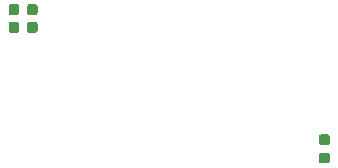
<source format=gbr>
G04 #@! TF.GenerationSoftware,KiCad,Pcbnew,5.1.5+dfsg1-2build2*
G04 #@! TF.CreationDate,2021-12-02T14:39:01+01:00*
G04 #@! TF.ProjectId,mre_addon_v2,6d72655f-6164-4646-9f6e-5f76322e6b69,V2.2*
G04 #@! TF.SameCoordinates,Original*
G04 #@! TF.FileFunction,Paste,Bot*
G04 #@! TF.FilePolarity,Positive*
%FSLAX46Y46*%
G04 Gerber Fmt 4.6, Leading zero omitted, Abs format (unit mm)*
G04 Created by KiCad (PCBNEW 5.1.5+dfsg1-2build2) date 2021-12-02 14:39:01*
%MOMM*%
%LPD*%
G04 APERTURE LIST*
%ADD10C,0.100000*%
G04 APERTURE END LIST*
D10*
G36*
X137077691Y-155376053D02*
G01*
X137098926Y-155379203D01*
X137119750Y-155384419D01*
X137139962Y-155391651D01*
X137159368Y-155400830D01*
X137177781Y-155411866D01*
X137195024Y-155424654D01*
X137210930Y-155439070D01*
X137225346Y-155454976D01*
X137238134Y-155472219D01*
X137249170Y-155490632D01*
X137258349Y-155510038D01*
X137265581Y-155530250D01*
X137270797Y-155551074D01*
X137273947Y-155572309D01*
X137275000Y-155593750D01*
X137275000Y-156031250D01*
X137273947Y-156052691D01*
X137270797Y-156073926D01*
X137265581Y-156094750D01*
X137258349Y-156114962D01*
X137249170Y-156134368D01*
X137238134Y-156152781D01*
X137225346Y-156170024D01*
X137210930Y-156185930D01*
X137195024Y-156200346D01*
X137177781Y-156213134D01*
X137159368Y-156224170D01*
X137139962Y-156233349D01*
X137119750Y-156240581D01*
X137098926Y-156245797D01*
X137077691Y-156248947D01*
X137056250Y-156250000D01*
X136543750Y-156250000D01*
X136522309Y-156248947D01*
X136501074Y-156245797D01*
X136480250Y-156240581D01*
X136460038Y-156233349D01*
X136440632Y-156224170D01*
X136422219Y-156213134D01*
X136404976Y-156200346D01*
X136389070Y-156185930D01*
X136374654Y-156170024D01*
X136361866Y-156152781D01*
X136350830Y-156134368D01*
X136341651Y-156114962D01*
X136334419Y-156094750D01*
X136329203Y-156073926D01*
X136326053Y-156052691D01*
X136325000Y-156031250D01*
X136325000Y-155593750D01*
X136326053Y-155572309D01*
X136329203Y-155551074D01*
X136334419Y-155530250D01*
X136341651Y-155510038D01*
X136350830Y-155490632D01*
X136361866Y-155472219D01*
X136374654Y-155454976D01*
X136389070Y-155439070D01*
X136404976Y-155424654D01*
X136422219Y-155411866D01*
X136440632Y-155400830D01*
X136460038Y-155391651D01*
X136480250Y-155384419D01*
X136501074Y-155379203D01*
X136522309Y-155376053D01*
X136543750Y-155375000D01*
X137056250Y-155375000D01*
X137077691Y-155376053D01*
G37*
G36*
X137077691Y-156951053D02*
G01*
X137098926Y-156954203D01*
X137119750Y-156959419D01*
X137139962Y-156966651D01*
X137159368Y-156975830D01*
X137177781Y-156986866D01*
X137195024Y-156999654D01*
X137210930Y-157014070D01*
X137225346Y-157029976D01*
X137238134Y-157047219D01*
X137249170Y-157065632D01*
X137258349Y-157085038D01*
X137265581Y-157105250D01*
X137270797Y-157126074D01*
X137273947Y-157147309D01*
X137275000Y-157168750D01*
X137275000Y-157606250D01*
X137273947Y-157627691D01*
X137270797Y-157648926D01*
X137265581Y-157669750D01*
X137258349Y-157689962D01*
X137249170Y-157709368D01*
X137238134Y-157727781D01*
X137225346Y-157745024D01*
X137210930Y-157760930D01*
X137195024Y-157775346D01*
X137177781Y-157788134D01*
X137159368Y-157799170D01*
X137139962Y-157808349D01*
X137119750Y-157815581D01*
X137098926Y-157820797D01*
X137077691Y-157823947D01*
X137056250Y-157825000D01*
X136543750Y-157825000D01*
X136522309Y-157823947D01*
X136501074Y-157820797D01*
X136480250Y-157815581D01*
X136460038Y-157808349D01*
X136440632Y-157799170D01*
X136422219Y-157788134D01*
X136404976Y-157775346D01*
X136389070Y-157760930D01*
X136374654Y-157745024D01*
X136361866Y-157727781D01*
X136350830Y-157709368D01*
X136341651Y-157689962D01*
X136334419Y-157669750D01*
X136329203Y-157648926D01*
X136326053Y-157627691D01*
X136325000Y-157606250D01*
X136325000Y-157168750D01*
X136326053Y-157147309D01*
X136329203Y-157126074D01*
X136334419Y-157105250D01*
X136341651Y-157085038D01*
X136350830Y-157065632D01*
X136361866Y-157047219D01*
X136374654Y-157029976D01*
X136389070Y-157014070D01*
X136404976Y-156999654D01*
X136422219Y-156986866D01*
X136440632Y-156975830D01*
X136460038Y-156966651D01*
X136480250Y-156959419D01*
X136501074Y-156954203D01*
X136522309Y-156951053D01*
X136543750Y-156950000D01*
X137056250Y-156950000D01*
X137077691Y-156951053D01*
G37*
G36*
X112327691Y-145826053D02*
G01*
X112348926Y-145829203D01*
X112369750Y-145834419D01*
X112389962Y-145841651D01*
X112409368Y-145850830D01*
X112427781Y-145861866D01*
X112445024Y-145874654D01*
X112460930Y-145889070D01*
X112475346Y-145904976D01*
X112488134Y-145922219D01*
X112499170Y-145940632D01*
X112508349Y-145960038D01*
X112515581Y-145980250D01*
X112520797Y-146001074D01*
X112523947Y-146022309D01*
X112525000Y-146043750D01*
X112525000Y-146556250D01*
X112523947Y-146577691D01*
X112520797Y-146598926D01*
X112515581Y-146619750D01*
X112508349Y-146639962D01*
X112499170Y-146659368D01*
X112488134Y-146677781D01*
X112475346Y-146695024D01*
X112460930Y-146710930D01*
X112445024Y-146725346D01*
X112427781Y-146738134D01*
X112409368Y-146749170D01*
X112389962Y-146758349D01*
X112369750Y-146765581D01*
X112348926Y-146770797D01*
X112327691Y-146773947D01*
X112306250Y-146775000D01*
X111868750Y-146775000D01*
X111847309Y-146773947D01*
X111826074Y-146770797D01*
X111805250Y-146765581D01*
X111785038Y-146758349D01*
X111765632Y-146749170D01*
X111747219Y-146738134D01*
X111729976Y-146725346D01*
X111714070Y-146710930D01*
X111699654Y-146695024D01*
X111686866Y-146677781D01*
X111675830Y-146659368D01*
X111666651Y-146639962D01*
X111659419Y-146619750D01*
X111654203Y-146598926D01*
X111651053Y-146577691D01*
X111650000Y-146556250D01*
X111650000Y-146043750D01*
X111651053Y-146022309D01*
X111654203Y-146001074D01*
X111659419Y-145980250D01*
X111666651Y-145960038D01*
X111675830Y-145940632D01*
X111686866Y-145922219D01*
X111699654Y-145904976D01*
X111714070Y-145889070D01*
X111729976Y-145874654D01*
X111747219Y-145861866D01*
X111765632Y-145850830D01*
X111785038Y-145841651D01*
X111805250Y-145834419D01*
X111826074Y-145829203D01*
X111847309Y-145826053D01*
X111868750Y-145825000D01*
X112306250Y-145825000D01*
X112327691Y-145826053D01*
G37*
G36*
X110752691Y-145826053D02*
G01*
X110773926Y-145829203D01*
X110794750Y-145834419D01*
X110814962Y-145841651D01*
X110834368Y-145850830D01*
X110852781Y-145861866D01*
X110870024Y-145874654D01*
X110885930Y-145889070D01*
X110900346Y-145904976D01*
X110913134Y-145922219D01*
X110924170Y-145940632D01*
X110933349Y-145960038D01*
X110940581Y-145980250D01*
X110945797Y-146001074D01*
X110948947Y-146022309D01*
X110950000Y-146043750D01*
X110950000Y-146556250D01*
X110948947Y-146577691D01*
X110945797Y-146598926D01*
X110940581Y-146619750D01*
X110933349Y-146639962D01*
X110924170Y-146659368D01*
X110913134Y-146677781D01*
X110900346Y-146695024D01*
X110885930Y-146710930D01*
X110870024Y-146725346D01*
X110852781Y-146738134D01*
X110834368Y-146749170D01*
X110814962Y-146758349D01*
X110794750Y-146765581D01*
X110773926Y-146770797D01*
X110752691Y-146773947D01*
X110731250Y-146775000D01*
X110293750Y-146775000D01*
X110272309Y-146773947D01*
X110251074Y-146770797D01*
X110230250Y-146765581D01*
X110210038Y-146758349D01*
X110190632Y-146749170D01*
X110172219Y-146738134D01*
X110154976Y-146725346D01*
X110139070Y-146710930D01*
X110124654Y-146695024D01*
X110111866Y-146677781D01*
X110100830Y-146659368D01*
X110091651Y-146639962D01*
X110084419Y-146619750D01*
X110079203Y-146598926D01*
X110076053Y-146577691D01*
X110075000Y-146556250D01*
X110075000Y-146043750D01*
X110076053Y-146022309D01*
X110079203Y-146001074D01*
X110084419Y-145980250D01*
X110091651Y-145960038D01*
X110100830Y-145940632D01*
X110111866Y-145922219D01*
X110124654Y-145904976D01*
X110139070Y-145889070D01*
X110154976Y-145874654D01*
X110172219Y-145861866D01*
X110190632Y-145850830D01*
X110210038Y-145841651D01*
X110230250Y-145834419D01*
X110251074Y-145829203D01*
X110272309Y-145826053D01*
X110293750Y-145825000D01*
X110731250Y-145825000D01*
X110752691Y-145826053D01*
G37*
G36*
X112327691Y-144326053D02*
G01*
X112348926Y-144329203D01*
X112369750Y-144334419D01*
X112389962Y-144341651D01*
X112409368Y-144350830D01*
X112427781Y-144361866D01*
X112445024Y-144374654D01*
X112460930Y-144389070D01*
X112475346Y-144404976D01*
X112488134Y-144422219D01*
X112499170Y-144440632D01*
X112508349Y-144460038D01*
X112515581Y-144480250D01*
X112520797Y-144501074D01*
X112523947Y-144522309D01*
X112525000Y-144543750D01*
X112525000Y-145056250D01*
X112523947Y-145077691D01*
X112520797Y-145098926D01*
X112515581Y-145119750D01*
X112508349Y-145139962D01*
X112499170Y-145159368D01*
X112488134Y-145177781D01*
X112475346Y-145195024D01*
X112460930Y-145210930D01*
X112445024Y-145225346D01*
X112427781Y-145238134D01*
X112409368Y-145249170D01*
X112389962Y-145258349D01*
X112369750Y-145265581D01*
X112348926Y-145270797D01*
X112327691Y-145273947D01*
X112306250Y-145275000D01*
X111868750Y-145275000D01*
X111847309Y-145273947D01*
X111826074Y-145270797D01*
X111805250Y-145265581D01*
X111785038Y-145258349D01*
X111765632Y-145249170D01*
X111747219Y-145238134D01*
X111729976Y-145225346D01*
X111714070Y-145210930D01*
X111699654Y-145195024D01*
X111686866Y-145177781D01*
X111675830Y-145159368D01*
X111666651Y-145139962D01*
X111659419Y-145119750D01*
X111654203Y-145098926D01*
X111651053Y-145077691D01*
X111650000Y-145056250D01*
X111650000Y-144543750D01*
X111651053Y-144522309D01*
X111654203Y-144501074D01*
X111659419Y-144480250D01*
X111666651Y-144460038D01*
X111675830Y-144440632D01*
X111686866Y-144422219D01*
X111699654Y-144404976D01*
X111714070Y-144389070D01*
X111729976Y-144374654D01*
X111747219Y-144361866D01*
X111765632Y-144350830D01*
X111785038Y-144341651D01*
X111805250Y-144334419D01*
X111826074Y-144329203D01*
X111847309Y-144326053D01*
X111868750Y-144325000D01*
X112306250Y-144325000D01*
X112327691Y-144326053D01*
G37*
G36*
X110752691Y-144326053D02*
G01*
X110773926Y-144329203D01*
X110794750Y-144334419D01*
X110814962Y-144341651D01*
X110834368Y-144350830D01*
X110852781Y-144361866D01*
X110870024Y-144374654D01*
X110885930Y-144389070D01*
X110900346Y-144404976D01*
X110913134Y-144422219D01*
X110924170Y-144440632D01*
X110933349Y-144460038D01*
X110940581Y-144480250D01*
X110945797Y-144501074D01*
X110948947Y-144522309D01*
X110950000Y-144543750D01*
X110950000Y-145056250D01*
X110948947Y-145077691D01*
X110945797Y-145098926D01*
X110940581Y-145119750D01*
X110933349Y-145139962D01*
X110924170Y-145159368D01*
X110913134Y-145177781D01*
X110900346Y-145195024D01*
X110885930Y-145210930D01*
X110870024Y-145225346D01*
X110852781Y-145238134D01*
X110834368Y-145249170D01*
X110814962Y-145258349D01*
X110794750Y-145265581D01*
X110773926Y-145270797D01*
X110752691Y-145273947D01*
X110731250Y-145275000D01*
X110293750Y-145275000D01*
X110272309Y-145273947D01*
X110251074Y-145270797D01*
X110230250Y-145265581D01*
X110210038Y-145258349D01*
X110190632Y-145249170D01*
X110172219Y-145238134D01*
X110154976Y-145225346D01*
X110139070Y-145210930D01*
X110124654Y-145195024D01*
X110111866Y-145177781D01*
X110100830Y-145159368D01*
X110091651Y-145139962D01*
X110084419Y-145119750D01*
X110079203Y-145098926D01*
X110076053Y-145077691D01*
X110075000Y-145056250D01*
X110075000Y-144543750D01*
X110076053Y-144522309D01*
X110079203Y-144501074D01*
X110084419Y-144480250D01*
X110091651Y-144460038D01*
X110100830Y-144440632D01*
X110111866Y-144422219D01*
X110124654Y-144404976D01*
X110139070Y-144389070D01*
X110154976Y-144374654D01*
X110172219Y-144361866D01*
X110190632Y-144350830D01*
X110210038Y-144341651D01*
X110230250Y-144334419D01*
X110251074Y-144329203D01*
X110272309Y-144326053D01*
X110293750Y-144325000D01*
X110731250Y-144325000D01*
X110752691Y-144326053D01*
G37*
M02*

</source>
